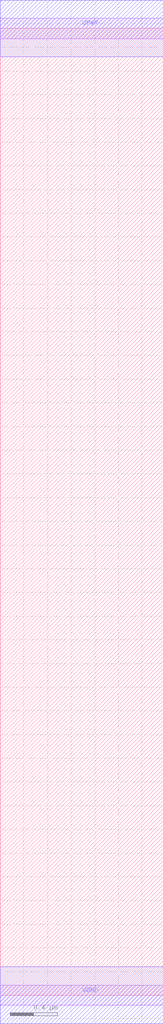
<source format=lef>
# Copyright 2020 The SkyWater PDK Authors
#
# Licensed under the Apache License, Version 2.0 (the "License");
# you may not use this file except in compliance with the License.
# You may obtain a copy of the License at
#
#     https://www.apache.org/licenses/LICENSE-2.0
#
# Unless required by applicable law or agreed to in writing, software
# distributed under the License is distributed on an "AS IS" BASIS,
# WITHOUT WARRANTIES OR CONDITIONS OF ANY KIND, either express or implied.
# See the License for the specific language governing permissions and
# limitations under the License.
#
# SPDX-License-Identifier: Apache-2.0

VERSION 5.7 ;

BUSBITCHARS "[]" ;
DIVIDERCHAR "/" ;

UNITS
  TIME NANOSECONDS 1 ;
  CAPACITANCE PICOFARADS 1 ;
  RESISTANCE OHMS 1 ;
  DATABASE MICRONS 1000 ;
END UNITS

MANUFACTURINGGRID 0.005 ;

# High density, single height
SITE unithd
  SYMMETRY Y ;
  CLASS CORE ;
  SIZE 0.46 BY 2.72 ;
END unithd

MACRO sky130_fd_sc_hd__buf_1_single
  CLASS CORE ;
  ORIGIN  0.000000  0.000000 ;
  SIZE  1.380000 BY  2.720000 ;
  SYMMETRY X Y R90 ;
  SITE unithd ;
  PIN VGND
    DIRECTION INOUT ;
    SHAPE ABUTMENT ;
    USE GROUND ;
    PORT
      LAYER li1 ;
        RECT 0.000000 -0.085000 1.380000 0.085000 ;
    END
    PORT
      LAYER met1 ;
        RECT 0.000000 -0.240000 1.380000 0.240000 ;
    END
  END VGND
  PIN VPWR
    DIRECTION INOUT ;
    SHAPE ABUTMENT ;
    USE POWER ;
    PORT
      LAYER li1 ;
        RECT 0.000000 2.635000 1.380000 2.805000 ;
    END
    PORT
      LAYER met1 ;
        RECT 0.000000 2.480000 1.380000 2.960000 ;
    END
  END VPWR
  OBS
  END
END sky130_fd_sc_hd__buf_1_single

MACRO sky130_fd_sc_hd__buf_1_double
  CLASS CORE ;
  ORIGIN  0.000000  0.000000 ;
  SIZE  1.380000 BY  5.440 ;
  SYMMETRY X Y R90 ;
  SITE unithd ;
  PIN VGND
    DIRECTION INOUT ;
    SHAPE ABUTMENT ;
    USE GROUND ;
    PORT
      LAYER li1 ;
        RECT 0.000000 -0.085000 1.380000 0.085000 ;
    END
    PORT
      LAYER met1 ;
        RECT 0.000000 -0.240000 1.380000 0.240000 ;
    END
  END VGND
  PIN VPWR
    DIRECTION INOUT ;
    SHAPE ABUTMENT ;
    USE POWER ;
    PORT
      LAYER li1 ;
        RECT 0.000000 5.355 1.380000 5.525 ;
    END
    PORT
      LAYER met1 ;
        RECT 0.000000 5.200 1.380000 5.680 ;
    END
  END VPWR
  OBS
  END
END sky130_fd_sc_hd__buf_1_double

MACRO sky130_fd_sc_hd__buf_1_triple
  CLASS CORE ;
  ORIGIN  0.000000  0.000000 ;
  SIZE  1.380000 BY  8.16 ;
  SYMMETRY X Y R90 ;
  SITE unithd ;
  PIN VGND
    DIRECTION INOUT ;
    SHAPE ABUTMENT ;
    USE GROUND ;
    PORT
      LAYER li1 ;
        RECT 0.000000 -0.085000 1.380000 0.085000 ;
    END
    PORT
      LAYER met1 ;
        RECT 0.000000 -0.240000 1.380000 0.240000 ;
    END
  END VGND
  PIN VPWR
    DIRECTION INOUT ;
    SHAPE ABUTMENT ;
    USE POWER ;
    PORT
      LAYER li1 ;
        RECT 0.000000 8.075 1.380000 8.245 ;
    END
    PORT
      LAYER met1 ;
        RECT 0.000000 7.92 1.380000 8.4 ;
    END
  END VPWR
  OBS
  END
END sky130_fd_sc_hd__buf_1_triple
END LIBRARY

</source>
